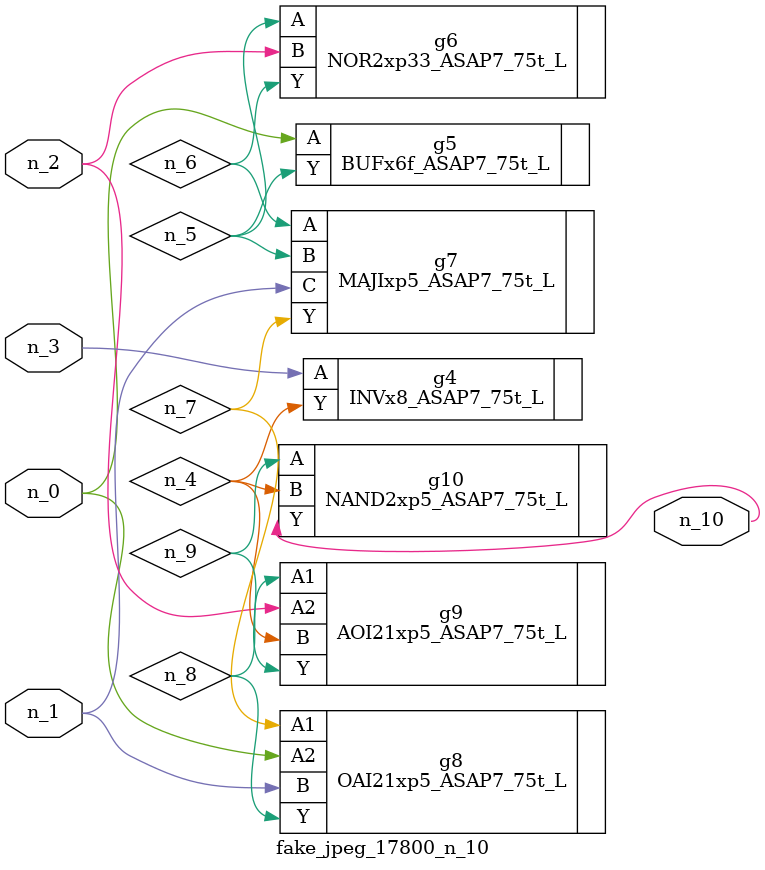
<source format=v>
module fake_jpeg_17800_n_10 (n_0, n_3, n_2, n_1, n_10);

input n_0;
input n_3;
input n_2;
input n_1;

output n_10;

wire n_4;
wire n_8;
wire n_9;
wire n_6;
wire n_5;
wire n_7;

INVx8_ASAP7_75t_L g4 ( 
.A(n_3),
.Y(n_4)
);

BUFx6f_ASAP7_75t_L g5 ( 
.A(n_0),
.Y(n_5)
);

NOR2xp33_ASAP7_75t_L g6 ( 
.A(n_5),
.B(n_2),
.Y(n_6)
);

MAJIxp5_ASAP7_75t_L g7 ( 
.A(n_6),
.B(n_5),
.C(n_1),
.Y(n_7)
);

OAI21xp5_ASAP7_75t_L g8 ( 
.A1(n_7),
.A2(n_0),
.B(n_1),
.Y(n_8)
);

AOI21xp5_ASAP7_75t_L g9 ( 
.A1(n_8),
.A2(n_2),
.B(n_4),
.Y(n_9)
);

NAND2xp5_ASAP7_75t_L g10 ( 
.A(n_9),
.B(n_4),
.Y(n_10)
);


endmodule
</source>
